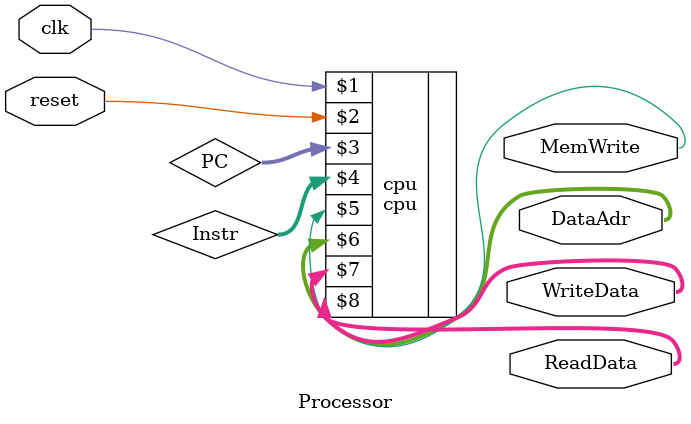
<source format=sv>
module Processor (input logic clk, reset,
			  output logic [31:0] WriteData, DataAdr, ReadData,
			  output logic MemWrite
);

	logic [31:0] Instr, PC;

	cpu cpu(clk, 
			  reset, 
			  PC, 
			  Instr, 
			  MemWrite, 
			  DataAdr,
			  WriteData, 
			  ReadData
	);

endmodule

</source>
